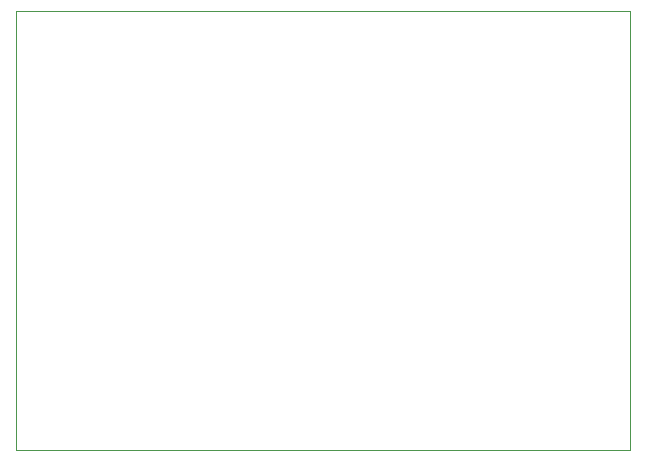
<source format=gm1>
G04 #@! TF.GenerationSoftware,KiCad,Pcbnew,(6.0.1)*
G04 #@! TF.CreationDate,2022-09-26T11:52:35-04:00*
G04 #@! TF.ProjectId,consolizer,636f6e73-6f6c-4697-9a65-722e6b696361,rev?*
G04 #@! TF.SameCoordinates,Original*
G04 #@! TF.FileFunction,Profile,NP*
%FSLAX46Y46*%
G04 Gerber Fmt 4.6, Leading zero omitted, Abs format (unit mm)*
G04 Created by KiCad (PCBNEW (6.0.1)) date 2022-09-26 11:52:35*
%MOMM*%
%LPD*%
G01*
G04 APERTURE LIST*
G04 #@! TA.AperFunction,Profile*
%ADD10C,0.100000*%
G04 #@! TD*
G04 APERTURE END LIST*
D10*
X160600000Y-70200000D02*
X212600000Y-70200000D01*
X212600000Y-70200000D02*
X212600000Y-107400000D01*
X212600000Y-107400000D02*
X160600000Y-107400000D01*
X160600000Y-107400000D02*
X160600000Y-70200000D01*
M02*

</source>
